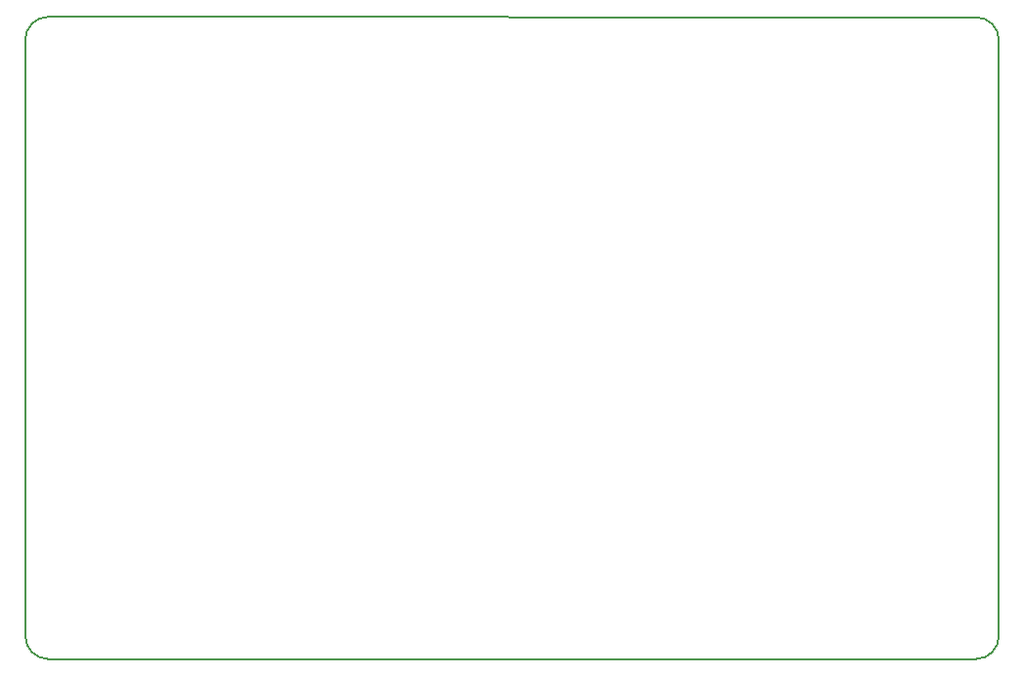
<source format=gbr>
G04 #@! TF.GenerationSoftware,KiCad,Pcbnew,7.0.8-7.0.8~ubuntu23.04.1*
G04 #@! TF.CreationDate,2023-10-29T22:49:28+00:00*
G04 #@! TF.ProjectId,2332 ROM Tester,32333332-2052-44f4-9d20-546573746572,1.0*
G04 #@! TF.SameCoordinates,Original*
G04 #@! TF.FileFunction,Profile,NP*
%FSLAX46Y46*%
G04 Gerber Fmt 4.6, Leading zero omitted, Abs format (unit mm)*
G04 Created by KiCad (PCBNEW 7.0.8-7.0.8~ubuntu23.04.1) date 2023-10-29 22:49:28*
%MOMM*%
%LPD*%
G01*
G04 APERTURE LIST*
G04 #@! TA.AperFunction,Profile*
%ADD10C,0.150000*%
G04 #@! TD*
G04 APERTURE END LIST*
D10*
X77798618Y-98035786D02*
X77798618Y-46372218D01*
X162085786Y-46414214D02*
G75*
G03*
X160085786Y-44414214I-1999986J14D01*
G01*
X79798618Y-44372218D02*
G75*
G03*
X77798618Y-46372218I-14J-1999986D01*
G01*
X162085786Y-46414214D02*
X162085786Y-98035786D01*
X77798618Y-98035786D02*
G75*
G03*
X79798618Y-100035786I1999986J-14D01*
G01*
X160085786Y-100035786D02*
G75*
G03*
X162085786Y-98035786I14J1999986D01*
G01*
X79798618Y-44372218D02*
X160085786Y-44414214D01*
X160085786Y-100035786D02*
X79798618Y-100035786D01*
M02*

</source>
